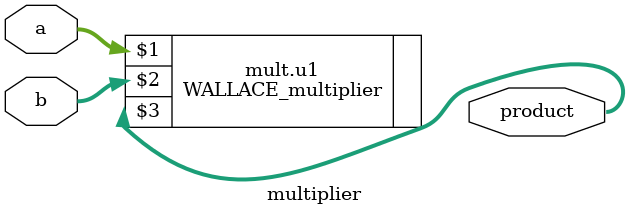
<source format=v>
module multiplier(a,b,product);
parameter a_width = 8, b_width = 8; 
localparam product_width = a_width+b_width; 
                  // cannot be modified directly with the defparam
                  // statement or the module instance statement #
input  [a_width-1:0] a; 
input  [b_width-1:0] b; 
output [product_width-1:0] product; 
generate 
  if((a_width < 8) || (b_width < 8)) begin: mult
    CLA_multiplier #(a_width,b_width) u1(a, b, product); 
    // instantiate a CLA  multiplier 
  end
  else begin: mult 
    WALLACE_multiplier #(a_width,b_width) u1(a, b, product); 
    // instantiate a Wallace-tree  multiplier 
  end
endgenerate 
// The hierarchical instance name is mult.u1
endmodule
</source>
